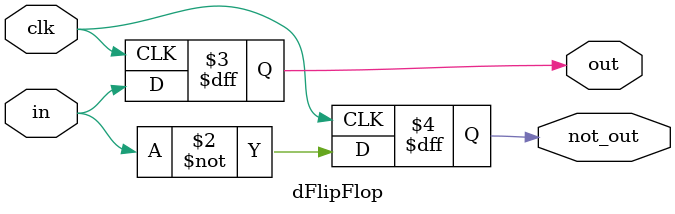
<source format=v>
module dFlipFlop(clk,in,out,not_out);
input clk;
input in; 
output reg out; 
output reg not_out;

always @(posedge clk) begin
    out <= in; 
    not_out <= ~in; 
end
endmodule 


</source>
